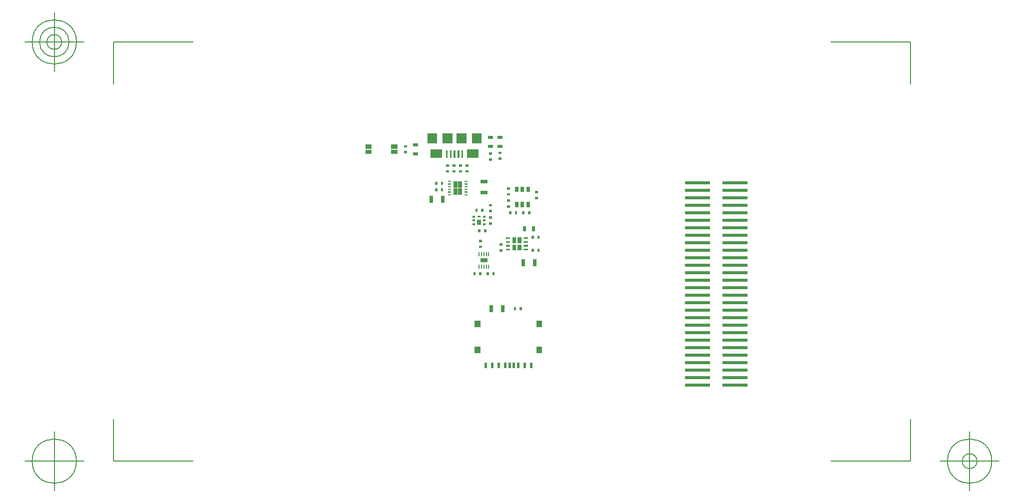
<source format=gbr>
G04 Generated by Ultiboard 11.0 *
%FSLAX25Y25*%
%MOIN*%

%ADD10C,0.00004*%
%ADD11C,0.00500*%
%ADD12C,0.00004*%
%ADD13C,0.00791*%
%ADD14C,0.01185*%
%ADD15R,0.16535X0.02362*%


G04 ColorRGB FF00FF for the following layer *
%LNPaste Mask Top*%
%LPD*%
%FSLAX25Y25*%
%MOIN*%
G54D10*
G36*
X-2827Y18563D02*
X-2827Y20531D01*
X327Y20531D01*
X327Y18563D01*
X-2827Y18563D01*
G37*
G36*
X-2825Y18561D02*
X-2825Y20533D01*
X325Y20533D01*
X325Y18561D01*
X-2825Y18561D01*
G37*
G36*
X-2827Y24469D02*
X-2827Y26437D01*
X327Y26437D01*
X327Y24469D01*
X-2827Y24469D01*
G37*
G36*
X-2825Y24467D02*
X-2825Y26439D01*
X325Y26439D01*
X325Y24467D01*
X-2825Y24467D01*
G37*
G36*
X-34632Y22919D02*
X-34632Y25675D01*
X-30494Y25675D01*
X-30494Y22919D01*
X-34632Y22919D01*
G37*
G36*
X-34630Y22917D02*
X-34630Y25677D01*
X-30496Y25677D01*
X-30496Y22917D01*
X-34630Y22917D01*
G37*
G36*
X-34632Y19375D02*
X-34632Y22131D01*
X-30494Y22131D01*
X-30494Y19375D01*
X-34632Y19375D01*
G37*
G36*
X-34630Y19373D02*
X-34630Y22133D01*
X-30496Y22133D01*
X-30496Y19373D01*
X-34630Y19373D01*
G37*
G36*
X-17506Y22919D02*
X-17506Y25675D01*
X-13368Y25675D01*
X-13368Y22919D01*
X-17506Y22919D01*
G37*
G36*
X-17504Y22917D02*
X-17504Y25677D01*
X-13370Y25677D01*
X-13370Y22917D01*
X-17504Y22917D01*
G37*
G36*
X-17506Y19375D02*
X-17506Y22131D01*
X-13368Y22131D01*
X-13368Y19375D01*
X-17506Y19375D01*
G37*
G36*
X-17504Y19373D02*
X-17504Y22133D01*
X-13370Y22133D01*
X-13370Y19373D01*
X-17504Y19373D01*
G37*
G36*
X-9111Y19744D02*
X-9111Y21319D01*
X-7139Y21319D01*
X-7139Y19744D01*
X-9111Y19744D01*
G37*
G36*
X-9109Y19742D02*
X-9109Y21321D01*
X-7141Y21321D01*
X-7141Y19742D01*
X-9109Y19742D01*
G37*
G36*
X-9111Y23681D02*
X-9111Y25256D01*
X-7139Y25256D01*
X-7139Y23681D01*
X-9111Y23681D01*
G37*
G36*
X-9109Y23679D02*
X-9109Y25258D01*
X-7141Y25258D01*
X-7141Y23679D01*
X-9109Y23679D01*
G37*
G36*
X42011Y-191D02*
X42011Y2171D01*
X46739Y2171D01*
X46739Y-191D01*
X42011Y-191D01*
G37*
G36*
X42013Y-193D02*
X42013Y2173D01*
X46737Y2173D01*
X46737Y-193D01*
X42013Y-193D01*
G37*
G36*
X42011Y-7671D02*
X42011Y-5309D01*
X46739Y-5309D01*
X46739Y-7671D01*
X42011Y-7671D01*
G37*
G36*
X42013Y-7673D02*
X42013Y-5307D01*
X46737Y-5307D01*
X46737Y-7673D01*
X42013Y-7673D01*
G37*
G36*
X23901Y-3080D02*
X23901Y1251D01*
X26582Y1251D01*
X26582Y-3080D01*
X23901Y-3080D01*
G37*
G36*
X23903Y-3082D02*
X23903Y1253D01*
X26580Y1253D01*
X26580Y-3082D01*
X23903Y-3082D01*
G37*
G36*
X27149Y-3080D02*
X27149Y1251D01*
X29830Y1251D01*
X29830Y-3080D01*
X27149Y-3080D01*
G37*
G36*
X27151Y-3082D02*
X27151Y1253D01*
X29828Y1253D01*
X29828Y-3082D01*
X27151Y-3082D01*
G37*
G36*
X20279Y-1111D02*
X20279Y-324D01*
X22054Y-324D01*
X22054Y-1111D01*
X20279Y-1111D01*
G37*
G36*
X20281Y-1113D02*
X20281Y-322D01*
X22052Y-322D01*
X22052Y-1113D01*
X20281Y-1113D01*
G37*
G36*
X20279Y-2883D02*
X20279Y-2095D01*
X22054Y-2095D01*
X22054Y-2883D01*
X20279Y-2883D01*
G37*
G36*
X20281Y-2885D02*
X20281Y-2094D01*
X22052Y-2094D01*
X22052Y-2885D01*
X20281Y-2885D01*
G37*
G36*
X20279Y-4655D02*
X20279Y-3867D01*
X22054Y-3867D01*
X22054Y-4655D01*
X20279Y-4655D01*
G37*
G36*
X20281Y-4656D02*
X20281Y-3865D01*
X22052Y-3865D01*
X22052Y-4656D01*
X20281Y-4656D01*
G37*
G36*
X20279Y-6426D02*
X20279Y-5639D01*
X22054Y-5639D01*
X22054Y-6426D01*
X20279Y-6426D01*
G37*
G36*
X20281Y-6428D02*
X20281Y-5637D01*
X22052Y-5637D01*
X22052Y-6428D01*
X20281Y-6428D01*
G37*
G36*
X20279Y-8198D02*
X20279Y-7410D01*
X22054Y-7410D01*
X22054Y-8198D01*
X20279Y-8198D01*
G37*
G36*
X20281Y-8200D02*
X20281Y-7408D01*
X22052Y-7408D01*
X22052Y-8200D01*
X20281Y-8200D01*
G37*
G36*
X23901Y-8001D02*
X23901Y-3670D01*
X26582Y-3670D01*
X26582Y-8001D01*
X23901Y-8001D01*
G37*
G36*
X23903Y-8003D02*
X23903Y-3668D01*
X26580Y-3668D01*
X26580Y-8003D01*
X23903Y-8003D01*
G37*
G36*
X27149Y-8001D02*
X27149Y-3670D01*
X29830Y-3670D01*
X29830Y-8001D01*
X27149Y-8001D01*
G37*
G36*
X27151Y-8003D02*
X27151Y-3668D01*
X29828Y-3668D01*
X29828Y-8003D01*
X27151Y-8003D01*
G37*
G36*
X31696Y-2883D02*
X31696Y-2095D01*
X33471Y-2095D01*
X33471Y-2883D01*
X31696Y-2883D01*
G37*
G36*
X31698Y-2885D02*
X31698Y-2094D01*
X33469Y-2094D01*
X33469Y-2885D01*
X31698Y-2885D01*
G37*
G36*
X31696Y-1111D02*
X31696Y-324D01*
X33471Y-324D01*
X33471Y-1111D01*
X31696Y-1111D01*
G37*
G36*
X31698Y-1113D02*
X31698Y-322D01*
X33469Y-322D01*
X33469Y-1113D01*
X31698Y-1113D01*
G37*
G36*
X31696Y-8198D02*
X31696Y-7410D01*
X33471Y-7410D01*
X33471Y-8198D01*
X31696Y-8198D01*
G37*
G36*
X31698Y-8200D02*
X31698Y-7408D01*
X33469Y-7408D01*
X33469Y-8200D01*
X31698Y-8200D01*
G37*
G36*
X31696Y-6426D02*
X31696Y-5639D01*
X33471Y-5639D01*
X33471Y-6426D01*
X31696Y-6426D01*
G37*
G36*
X31698Y-6428D02*
X31698Y-5637D01*
X33469Y-5637D01*
X33469Y-6428D01*
X31698Y-6428D01*
G37*
G36*
X31696Y-4655D02*
X31696Y-3867D01*
X33471Y-3867D01*
X33471Y-4655D01*
X31696Y-4655D01*
G37*
G36*
X31698Y-4656D02*
X31698Y-3865D01*
X33469Y-3865D01*
X33469Y-4656D01*
X31698Y-4656D01*
G37*
G36*
X20279Y660D02*
X20279Y1448D01*
X22054Y1448D01*
X22054Y660D01*
X20279Y660D01*
G37*
G36*
X20281Y658D02*
X20281Y1450D01*
X22052Y1450D01*
X22052Y658D01*
X20281Y658D01*
G37*
G36*
X31696Y660D02*
X31696Y1448D01*
X33471Y1448D01*
X33471Y660D01*
X31696Y660D01*
G37*
G36*
X31698Y658D02*
X31698Y1450D01*
X33469Y1450D01*
X33469Y658D01*
X31698Y658D01*
G37*
G36*
X15554Y-1234D02*
X15554Y734D01*
X17133Y734D01*
X17133Y-1234D01*
X15554Y-1234D01*
G37*
G36*
X15556Y-1236D02*
X15556Y736D01*
X17131Y736D01*
X17131Y-1236D01*
X15556Y-1236D01*
G37*
G36*
X11617Y-1234D02*
X11617Y734D01*
X13196Y734D01*
X13196Y-1234D01*
X11617Y-1234D01*
G37*
G36*
X11619Y-1236D02*
X11619Y736D01*
X13194Y736D01*
X13194Y-1236D01*
X11619Y-1236D01*
G37*
G36*
X58866Y-37377D02*
X58866Y-36196D01*
X61429Y-36196D01*
X61429Y-37377D01*
X58866Y-37377D01*
G37*
G36*
X58868Y-37379D02*
X58868Y-36194D01*
X61427Y-36194D01*
X61427Y-37379D01*
X58868Y-37379D01*
G37*
X58868Y-36196D02*
X58868Y-37377D01*
G36*
X58866Y-45054D02*
X58866Y-43873D01*
X61429Y-43873D01*
X61429Y-45054D01*
X58866Y-45054D01*
G37*
G36*
X58868Y-45056D02*
X58868Y-43871D01*
X61427Y-43871D01*
X61427Y-45056D01*
X58868Y-45056D01*
G37*
G36*
X58866Y-42495D02*
X58866Y-41314D01*
X61429Y-41314D01*
X61429Y-42495D01*
X58866Y-42495D01*
G37*
G36*
X58868Y-42497D02*
X58868Y-41312D01*
X61427Y-41312D01*
X61427Y-42497D01*
X58868Y-42497D01*
G37*
G36*
X58866Y-39936D02*
X58866Y-38755D01*
X61429Y-38755D01*
X61429Y-39936D01*
X58866Y-39936D01*
G37*
G36*
X58868Y-39938D02*
X58868Y-38753D01*
X61427Y-38753D01*
X61427Y-39938D01*
X58868Y-39938D01*
G37*
G36*
X63197Y-45054D02*
X63197Y-41117D01*
X65760Y-41117D01*
X65760Y-45054D01*
X63197Y-45054D01*
G37*
G36*
X63199Y-45056D02*
X63199Y-41115D01*
X65758Y-41115D01*
X65758Y-45056D01*
X63199Y-45056D01*
G37*
G36*
X63197Y-40133D02*
X63197Y-36196D01*
X65760Y-36196D01*
X65760Y-40133D01*
X63197Y-40133D01*
G37*
G36*
X63199Y-40135D02*
X63199Y-36194D01*
X65758Y-36194D01*
X65758Y-40135D01*
X63199Y-40135D01*
G37*
G36*
X66740Y-40133D02*
X66740Y-36196D01*
X69303Y-36196D01*
X69303Y-40133D01*
X66740Y-40133D01*
G37*
G36*
X66742Y-40135D02*
X66742Y-36194D01*
X69301Y-36194D01*
X69301Y-40135D01*
X66742Y-40135D01*
G37*
G36*
X71071Y-37377D02*
X71071Y-36196D01*
X73634Y-36196D01*
X73634Y-37377D01*
X71071Y-37377D01*
G37*
G36*
X71073Y-37379D02*
X71073Y-36194D01*
X73632Y-36194D01*
X73632Y-37379D01*
X71073Y-37379D01*
G37*
G36*
X66740Y-45054D02*
X66740Y-41117D01*
X69303Y-41117D01*
X69303Y-45054D01*
X66740Y-45054D01*
G37*
G36*
X66742Y-45056D02*
X66742Y-41115D01*
X69301Y-41115D01*
X69301Y-45056D01*
X66742Y-45056D01*
G37*
G36*
X71071Y-45054D02*
X71071Y-43873D01*
X73634Y-43873D01*
X73634Y-45054D01*
X71071Y-45054D01*
G37*
G36*
X71073Y-45056D02*
X71073Y-43871D01*
X73632Y-43871D01*
X73632Y-45056D01*
X71073Y-45056D01*
G37*
G36*
X71071Y-42495D02*
X71071Y-41314D01*
X73634Y-41314D01*
X73634Y-42495D01*
X71071Y-42495D01*
G37*
G36*
X71073Y-42497D02*
X71073Y-41312D01*
X73632Y-41312D01*
X73632Y-42497D01*
X71073Y-42497D01*
G37*
G36*
X71071Y-39936D02*
X71071Y-38755D01*
X73634Y-38755D01*
X73634Y-39936D01*
X71071Y-39936D01*
G37*
G36*
X71073Y-39938D02*
X71073Y-38753D01*
X73632Y-38753D01*
X73632Y-39938D01*
X71073Y-39938D01*
G37*
G36*
X38182Y-96159D02*
X38182Y-91828D01*
X41926Y-91828D01*
X41926Y-96159D01*
X38182Y-96159D01*
G37*
G36*
X38184Y-96161D02*
X38184Y-91826D01*
X41924Y-91826D01*
X41924Y-96161D01*
X38184Y-96161D01*
G37*
G36*
X38182Y-113679D02*
X38182Y-109348D01*
X41926Y-109348D01*
X41926Y-113679D01*
X38182Y-113679D01*
G37*
G36*
X38184Y-113681D02*
X38184Y-109346D01*
X41924Y-109346D01*
X41924Y-113681D01*
X38184Y-113681D01*
G37*
G36*
X44580Y-123620D02*
X44580Y-119879D01*
X46355Y-119879D01*
X46355Y-123620D01*
X44580Y-123620D01*
G37*
G36*
X44582Y-123622D02*
X44582Y-119877D01*
X46353Y-119877D01*
X46353Y-123622D01*
X44582Y-123622D01*
G37*
G36*
X57572Y-123620D02*
X57572Y-119879D01*
X59347Y-119879D01*
X59347Y-123620D01*
X57572Y-123620D01*
G37*
G36*
X57574Y-123622D02*
X57574Y-119877D01*
X59345Y-119877D01*
X59345Y-123622D01*
X57574Y-123622D01*
G37*
G36*
X53241Y-123620D02*
X53241Y-119879D01*
X55017Y-119879D01*
X55017Y-123620D01*
X53241Y-123620D01*
G37*
G36*
X53243Y-123622D02*
X53243Y-119877D01*
X55015Y-119877D01*
X55015Y-123622D01*
X53243Y-123622D01*
G37*
G36*
X48910Y-123620D02*
X48910Y-119879D01*
X50686Y-119879D01*
X50686Y-123620D01*
X48910Y-123620D01*
G37*
G36*
X48912Y-123622D02*
X48912Y-119877D01*
X50684Y-119877D01*
X50684Y-123622D01*
X48912Y-123622D01*
G37*
G36*
X60525Y-123620D02*
X60525Y-119879D01*
X62300Y-119879D01*
X62300Y-123620D01*
X60525Y-123620D01*
G37*
G36*
X60527Y-123622D02*
X60527Y-119877D01*
X62298Y-119877D01*
X62298Y-123622D01*
X60527Y-123622D01*
G37*
G36*
X79324Y-96159D02*
X79324Y-91828D01*
X83068Y-91828D01*
X83068Y-96159D01*
X79324Y-96159D01*
G37*
G36*
X79326Y-96161D02*
X79326Y-91826D01*
X83066Y-91826D01*
X83066Y-96161D01*
X79326Y-96161D01*
G37*
G36*
X63281Y-123620D02*
X63281Y-119879D01*
X65056Y-119879D01*
X65056Y-123620D01*
X63281Y-123620D01*
G37*
G36*
X63282Y-123622D02*
X63282Y-119877D01*
X65054Y-119877D01*
X65054Y-123622D01*
X63282Y-123622D01*
G37*
G36*
X66233Y-123620D02*
X66233Y-119879D01*
X68009Y-119879D01*
X68009Y-123620D01*
X66233Y-123620D01*
G37*
G36*
X66235Y-123622D02*
X66235Y-119877D01*
X68007Y-119877D01*
X68007Y-123622D01*
X66235Y-123622D01*
G37*
G36*
X70564Y-123620D02*
X70564Y-119879D01*
X72340Y-119879D01*
X72340Y-123620D01*
X70564Y-123620D01*
G37*
G36*
X70566Y-123622D02*
X70566Y-119877D01*
X72338Y-119877D01*
X72338Y-123622D01*
X70566Y-123622D01*
G37*
G36*
X74895Y-123620D02*
X74895Y-119879D01*
X76670Y-119879D01*
X76670Y-123620D01*
X74895Y-123620D01*
G37*
G36*
X74897Y-123622D02*
X74897Y-119877D01*
X76668Y-119877D01*
X76668Y-123622D01*
X74897Y-123622D01*
G37*
G36*
X79324Y-113679D02*
X79324Y-109348D01*
X83068Y-109348D01*
X83068Y-113679D01*
X79324Y-113679D01*
G37*
G36*
X79326Y-113681D02*
X79326Y-109346D01*
X83066Y-109346D01*
X83066Y-113681D01*
X79326Y-113681D01*
G37*
G36*
X60992Y-20984D02*
X60992Y-19016D01*
X62571Y-19016D01*
X62571Y-20984D01*
X60992Y-20984D01*
G37*
G36*
X60994Y-20986D02*
X60994Y-19014D01*
X62569Y-19014D01*
X62569Y-20986D01*
X60994Y-20986D01*
G37*
G36*
X64929Y-20984D02*
X64929Y-19016D01*
X66508Y-19016D01*
X66508Y-20984D01*
X64929Y-20984D01*
G37*
G36*
X64931Y-20986D02*
X64931Y-19014D01*
X66506Y-19014D01*
X66506Y-20986D01*
X64931Y-20986D01*
G37*
G36*
X48077Y-86362D02*
X48077Y-81638D01*
X50443Y-81638D01*
X50443Y-86362D01*
X48077Y-86362D01*
G37*
G36*
X48079Y-86364D02*
X48079Y-81636D01*
X50441Y-81636D01*
X50441Y-86364D01*
X48079Y-86364D01*
G37*
G36*
X55557Y-86362D02*
X55557Y-81638D01*
X57923Y-81638D01*
X57923Y-86362D01*
X55557Y-86362D01*
G37*
G36*
X55559Y-86364D02*
X55559Y-81636D01*
X57921Y-81636D01*
X57921Y-86364D01*
X55559Y-86364D01*
G37*
G36*
X15554Y-5609D02*
X15554Y-3641D01*
X17133Y-3641D01*
X17133Y-5609D01*
X15554Y-5609D01*
G37*
G36*
X15556Y-5611D02*
X15556Y-3639D01*
X17131Y-3639D01*
X17131Y-5611D01*
X15556Y-5611D01*
G37*
G36*
X11617Y-5609D02*
X11617Y-3641D01*
X13196Y-3641D01*
X13196Y-5609D01*
X11617Y-5609D01*
G37*
G36*
X11619Y-5611D02*
X11619Y-3639D01*
X13194Y-3639D01*
X13194Y-5611D01*
X11619Y-5611D01*
G37*
G36*
X15557Y-13362D02*
X15557Y-8638D01*
X17923Y-8638D01*
X17923Y-13362D01*
X15557Y-13362D01*
G37*
G36*
X15559Y-13364D02*
X15559Y-8636D01*
X17921Y-8636D01*
X17921Y-13364D01*
X15559Y-13364D01*
G37*
G36*
X8077Y-13362D02*
X8077Y-8638D01*
X10443Y-8638D01*
X10443Y-13362D01*
X8077Y-13362D01*
G37*
G36*
X8079Y-13364D02*
X8079Y-8636D01*
X10441Y-8636D01*
X10441Y-13364D01*
X8079Y-13364D01*
G37*
G36*
X44304Y-32859D02*
X44304Y-30891D01*
X45883Y-30891D01*
X45883Y-32859D01*
X44304Y-32859D01*
G37*
G36*
X44306Y-32861D02*
X44306Y-30889D01*
X45881Y-30889D01*
X45881Y-32861D01*
X44306Y-32861D01*
G37*
G36*
X40367Y-32859D02*
X40367Y-30891D01*
X41946Y-30891D01*
X41946Y-32859D01*
X40367Y-32859D01*
G37*
G36*
X40369Y-32861D02*
X40369Y-30889D01*
X41944Y-30889D01*
X41944Y-32861D01*
X40369Y-32861D01*
G37*
G36*
X47138Y-48821D02*
X47138Y-46262D01*
X47811Y-46262D01*
X47811Y-48821D01*
X47138Y-48821D01*
G37*
G36*
X47140Y-48823D02*
X47140Y-46260D01*
X47809Y-46260D01*
X47809Y-48823D01*
X47140Y-48823D01*
G37*
G36*
X47138Y-57088D02*
X47138Y-54529D01*
X47811Y-54529D01*
X47811Y-57088D01*
X47138Y-57088D01*
G37*
G36*
X47140Y-57090D02*
X47140Y-54527D01*
X47809Y-54527D01*
X47809Y-57090D01*
X47140Y-57090D01*
G37*
G36*
X40839Y-48821D02*
X40839Y-46262D01*
X41512Y-46262D01*
X41512Y-48821D01*
X40839Y-48821D01*
G37*
G36*
X40841Y-48823D02*
X40841Y-46260D01*
X41510Y-46260D01*
X41510Y-48823D01*
X40841Y-48823D01*
G37*
G36*
X43988Y-48821D02*
X43988Y-46262D01*
X44662Y-46262D01*
X44662Y-48821D01*
X43988Y-48821D01*
G37*
G36*
X43990Y-48823D02*
X43990Y-46260D01*
X44660Y-46260D01*
X44660Y-48823D01*
X43990Y-48823D01*
G37*
G36*
X42414Y-48821D02*
X42414Y-46262D01*
X43087Y-46262D01*
X43087Y-48821D01*
X42414Y-48821D01*
G37*
G36*
X42416Y-48823D02*
X42416Y-46260D01*
X43085Y-46260D01*
X43085Y-48823D01*
X42416Y-48823D01*
G37*
G36*
X45563Y-48821D02*
X45563Y-46262D01*
X46236Y-46262D01*
X46236Y-48821D01*
X45563Y-48821D01*
G37*
G36*
X45565Y-48823D02*
X45565Y-46260D01*
X46234Y-46260D01*
X46234Y-48823D01*
X45565Y-48823D01*
G37*
G36*
X41961Y-53053D02*
X41961Y-50297D01*
X46689Y-50297D01*
X46689Y-53053D01*
X41961Y-53053D01*
G37*
G36*
X41963Y-53055D02*
X41963Y-50295D01*
X46687Y-50295D01*
X46687Y-53055D01*
X41963Y-53055D01*
G37*
G36*
X40839Y-57088D02*
X40839Y-54529D01*
X41512Y-54529D01*
X41512Y-57088D01*
X40839Y-57088D01*
G37*
G36*
X40841Y-57090D02*
X40841Y-54527D01*
X41510Y-54527D01*
X41510Y-57090D01*
X40841Y-57090D01*
G37*
G36*
X43988Y-57088D02*
X43988Y-54529D01*
X44662Y-54529D01*
X44662Y-57088D01*
X43988Y-57088D01*
G37*
G36*
X43990Y-57090D02*
X43990Y-54527D01*
X44660Y-54527D01*
X44660Y-57090D01*
X43990Y-57090D01*
G37*
G36*
X42414Y-57088D02*
X42414Y-54529D01*
X43087Y-54529D01*
X43087Y-57088D01*
X42414Y-57088D01*
G37*
G36*
X42416Y-57090D02*
X42416Y-54527D01*
X43085Y-54527D01*
X43085Y-57090D01*
X42416Y-57090D01*
G37*
G36*
X45563Y-57088D02*
X45563Y-54529D01*
X46236Y-54529D01*
X46236Y-57088D01*
X45563Y-57088D01*
G37*
G36*
X45565Y-57090D02*
X45565Y-54527D01*
X46234Y-54527D01*
X46234Y-57090D01*
X45565Y-57090D01*
G37*
G36*
X45992Y-61609D02*
X45992Y-59641D01*
X47571Y-59641D01*
X47571Y-61609D01*
X45992Y-61609D01*
G37*
G36*
X45994Y-61611D02*
X45994Y-59639D01*
X47569Y-59639D01*
X47569Y-61611D01*
X45994Y-61611D01*
G37*
G36*
X49929Y-61609D02*
X49929Y-59641D01*
X51508Y-59641D01*
X51508Y-61609D01*
X49929Y-61609D01*
G37*
G36*
X49931Y-61611D02*
X49931Y-59639D01*
X51506Y-59639D01*
X51506Y-61611D01*
X49931Y-61611D01*
G37*
G36*
X41179Y-61609D02*
X41179Y-59641D01*
X42758Y-59641D01*
X42758Y-61609D01*
X41179Y-61609D01*
G37*
G36*
X41181Y-61611D02*
X41181Y-59639D01*
X42756Y-59639D01*
X42756Y-61611D01*
X41181Y-61611D01*
G37*
G36*
X37242Y-61609D02*
X37242Y-59641D01*
X38821Y-59641D01*
X38821Y-61609D01*
X37242Y-61609D01*
G37*
G36*
X37244Y-61611D02*
X37244Y-59639D01*
X38819Y-59639D01*
X38819Y-61611D01*
X37244Y-61611D01*
G37*
G36*
X40889Y-39444D02*
X40889Y-37869D01*
X42861Y-37869D01*
X42861Y-39444D01*
X40889Y-39444D01*
G37*
G36*
X40891Y-39446D02*
X40891Y-37867D01*
X42859Y-37867D01*
X42859Y-39446D01*
X40891Y-39446D01*
G37*
G36*
X40889Y-43381D02*
X40889Y-41806D01*
X42861Y-41806D01*
X42861Y-43381D01*
X40889Y-43381D01*
G37*
G36*
X40891Y-43383D02*
X40891Y-41804D01*
X42859Y-41804D01*
X42859Y-43383D01*
X40891Y-43383D01*
G37*
G36*
X54639Y-45881D02*
X54639Y-44306D01*
X56611Y-44306D01*
X56611Y-45881D01*
X54639Y-45881D01*
G37*
G36*
X54641Y-45883D02*
X54641Y-44304D01*
X56609Y-44304D01*
X56609Y-45883D01*
X54641Y-45883D01*
G37*
G36*
X54639Y-41944D02*
X54639Y-40369D01*
X56611Y-40369D01*
X56611Y-41944D01*
X54639Y-41944D01*
G37*
G36*
X54641Y-41946D02*
X54641Y-40367D01*
X56609Y-40367D01*
X56609Y-41946D01*
X54641Y-41946D01*
G37*
G36*
X47842Y-19605D02*
X47842Y-18031D01*
X49814Y-18031D01*
X49814Y-19605D01*
X47842Y-19605D01*
G37*
G36*
X47844Y-19607D02*
X47844Y-18029D01*
X49812Y-18029D01*
X49812Y-19607D01*
X47844Y-19607D01*
G37*
G36*
X47842Y-15668D02*
X47842Y-14094D01*
X49814Y-14094D01*
X49814Y-15668D01*
X47842Y-15668D01*
G37*
G36*
X47844Y-15670D02*
X47844Y-14092D01*
X49812Y-14092D01*
X49812Y-15670D01*
X47844Y-15670D01*
G37*
G36*
X47842Y-23793D02*
X47842Y-22219D01*
X49814Y-22219D01*
X49814Y-23793D01*
X47842Y-23793D01*
G37*
G36*
X47844Y-23795D02*
X47844Y-22217D01*
X49812Y-22217D01*
X49812Y-23795D01*
X47844Y-23795D01*
G37*
G36*
X47842Y-27730D02*
X47842Y-26156D01*
X49814Y-26156D01*
X49814Y-27730D01*
X47842Y-27730D01*
G37*
G36*
X47844Y-27732D02*
X47844Y-26154D01*
X49812Y-26154D01*
X49812Y-27732D01*
X47844Y-27732D01*
G37*
G36*
X38570Y-19084D02*
X38570Y-17115D01*
X40149Y-17115D01*
X40149Y-19084D01*
X38570Y-19084D01*
G37*
G36*
X38572Y-19086D02*
X38572Y-17113D01*
X40147Y-17113D01*
X40147Y-19086D01*
X38572Y-19086D01*
G37*
G36*
X42507Y-19084D02*
X42507Y-17115D01*
X44086Y-17115D01*
X44086Y-19084D01*
X42507Y-19084D01*
G37*
G36*
X42509Y-19086D02*
X42509Y-17113D01*
X44084Y-17113D01*
X44084Y-19086D01*
X42509Y-19086D01*
G37*
G36*
X36569Y-25689D02*
X36569Y-24311D01*
X38226Y-24311D01*
X38226Y-25689D01*
X36569Y-25689D01*
G37*
G36*
X36571Y-25691D02*
X36571Y-24309D01*
X38224Y-24309D01*
X38224Y-25691D01*
X36571Y-25691D01*
G37*
G36*
X43774Y-25689D02*
X43774Y-24311D01*
X45431Y-24311D01*
X45431Y-25689D01*
X43774Y-25689D01*
G37*
G36*
X43776Y-25691D02*
X43776Y-24309D01*
X45429Y-24309D01*
X45429Y-25691D01*
X43776Y-25691D01*
G37*
G36*
X39522Y-27953D02*
X39522Y-24409D01*
X42478Y-24409D01*
X42478Y-27953D01*
X39522Y-27953D01*
G37*
G36*
X39524Y-27955D02*
X39524Y-24407D01*
X42476Y-24407D01*
X42476Y-27955D01*
X39524Y-27955D01*
G37*
G36*
X43774Y-28248D02*
X43774Y-26870D01*
X45431Y-26870D01*
X45431Y-28248D01*
X43774Y-28248D01*
G37*
G36*
X43776Y-28250D02*
X43776Y-26868D01*
X45429Y-26868D01*
X45429Y-28250D01*
X43776Y-28250D01*
G37*
G36*
X36569Y-28248D02*
X36569Y-26870D01*
X38226Y-26870D01*
X38226Y-28248D01*
X36569Y-28248D01*
G37*
G36*
X36571Y-28250D02*
X36571Y-26868D01*
X38224Y-26868D01*
X38224Y-28250D01*
X36571Y-28250D01*
G37*
G36*
X39915Y-23031D02*
X39915Y-21850D01*
X42104Y-21850D01*
X42104Y-23031D01*
X39915Y-23031D01*
G37*
G36*
X39917Y-23033D02*
X39917Y-21848D01*
X42102Y-21848D01*
X42102Y-23033D01*
X39917Y-23033D01*
G37*
G36*
X43774Y-23130D02*
X43774Y-21752D01*
X45431Y-21752D01*
X45431Y-23130D01*
X43774Y-23130D01*
G37*
G36*
X43776Y-23132D02*
X43776Y-21750D01*
X45429Y-21750D01*
X45429Y-23132D01*
X43776Y-23132D01*
G37*
G36*
X36569Y-23130D02*
X36569Y-21752D01*
X38226Y-21752D01*
X38226Y-23130D01*
X36569Y-23130D01*
G37*
G36*
X36571Y-23132D02*
X36571Y-21750D01*
X38224Y-21750D01*
X38224Y-23132D01*
X36571Y-23132D01*
G37*
G36*
X59639Y-16506D02*
X59639Y-14931D01*
X61611Y-14931D01*
X61611Y-16506D01*
X59639Y-16506D01*
G37*
G36*
X59641Y-16508D02*
X59641Y-14929D01*
X61609Y-14929D01*
X61609Y-16508D01*
X59641Y-16508D01*
G37*
G36*
X59639Y-12569D02*
X59639Y-10994D01*
X61611Y-10994D01*
X61611Y-12569D01*
X59639Y-12569D01*
G37*
G36*
X59641Y-12571D02*
X59641Y-10992D01*
X61609Y-10992D01*
X61609Y-12571D01*
X59641Y-12571D01*
G37*
G36*
X59639Y-8381D02*
X59639Y-6806D01*
X61611Y-6806D01*
X61611Y-8381D01*
X59639Y-8381D01*
G37*
G36*
X59641Y-8383D02*
X59641Y-6804D01*
X61609Y-6804D01*
X61609Y-8383D01*
X59641Y-8383D01*
G37*
G36*
X59639Y-4444D02*
X59639Y-2869D01*
X61611Y-2869D01*
X61611Y-4444D01*
X59639Y-4444D01*
G37*
G36*
X59641Y-4446D02*
X59641Y-2867D01*
X61609Y-2867D01*
X61609Y-4446D01*
X59641Y-4446D01*
G37*
G36*
X64242Y-84984D02*
X64242Y-83016D01*
X65821Y-83016D01*
X65821Y-84984D01*
X64242Y-84984D01*
G37*
G36*
X64244Y-84986D02*
X64244Y-83014D01*
X65819Y-83014D01*
X65819Y-84986D01*
X64244Y-84986D01*
G37*
G36*
X68179Y-84984D02*
X68179Y-83016D01*
X69758Y-83016D01*
X69758Y-84984D01*
X68179Y-84984D01*
G37*
G36*
X68181Y-84986D02*
X68181Y-83014D01*
X69756Y-83014D01*
X69756Y-84986D01*
X68181Y-84986D01*
G37*
G36*
X70436Y-32200D02*
X70436Y-29050D01*
X72408Y-29050D01*
X72408Y-32200D01*
X70436Y-32200D01*
G37*
G36*
X70438Y-32202D02*
X70438Y-29048D01*
X72406Y-29048D01*
X72406Y-32202D01*
X70438Y-32202D01*
G37*
G36*
X76342Y-32200D02*
X76342Y-29050D01*
X78314Y-29050D01*
X78314Y-32200D01*
X76342Y-32200D01*
G37*
G36*
X76344Y-32202D02*
X76344Y-29048D01*
X78312Y-29048D01*
X78312Y-32202D01*
X76344Y-32202D01*
G37*
G36*
X76932Y-55487D02*
X76932Y-50763D01*
X79298Y-50763D01*
X79298Y-55487D01*
X76932Y-55487D01*
G37*
G36*
X76934Y-55489D02*
X76934Y-50761D01*
X79296Y-50761D01*
X79296Y-55489D01*
X76934Y-55489D01*
G37*
G36*
X69452Y-55487D02*
X69452Y-50763D01*
X71818Y-50763D01*
X71818Y-55487D01*
X69452Y-55487D01*
G37*
G36*
X69454Y-55489D02*
X69454Y-50761D01*
X71816Y-50761D01*
X71816Y-55489D01*
X69454Y-55489D01*
G37*
G36*
X75992Y-37234D02*
X75992Y-35266D01*
X77571Y-35266D01*
X77571Y-37234D01*
X75992Y-37234D01*
G37*
G36*
X75994Y-37236D02*
X75994Y-35264D01*
X77569Y-35264D01*
X77569Y-37236D01*
X75994Y-37236D01*
G37*
G36*
X79929Y-37234D02*
X79929Y-35266D01*
X81508Y-35266D01*
X81508Y-37234D01*
X79929Y-37234D01*
G37*
G36*
X79931Y-37236D02*
X79931Y-35264D01*
X81506Y-35264D01*
X81506Y-37236D01*
X79931Y-37236D01*
G37*
G36*
X75992Y-45984D02*
X75992Y-44016D01*
X77571Y-44016D01*
X77571Y-45984D01*
X75992Y-45984D01*
G37*
G36*
X75994Y-45986D02*
X75994Y-44014D01*
X77569Y-44014D01*
X77569Y-45986D01*
X75994Y-45986D01*
G37*
G36*
X79929Y-45984D02*
X79929Y-44016D01*
X81508Y-44016D01*
X81508Y-45984D01*
X79929Y-45984D01*
G37*
G36*
X79931Y-45986D02*
X79931Y-44014D01*
X81506Y-44014D01*
X81506Y-45986D01*
X79931Y-45986D01*
G37*
G36*
X78389Y-6944D02*
X78389Y-5369D01*
X80361Y-5369D01*
X80361Y-6944D01*
X78389Y-6944D01*
G37*
G36*
X78391Y-6946D02*
X78391Y-5367D01*
X80359Y-5367D01*
X80359Y-6946D01*
X78391Y-6946D01*
G37*
G36*
X78389Y-10881D02*
X78389Y-9306D01*
X80361Y-9306D01*
X80361Y-10881D01*
X78389Y-10881D01*
G37*
G36*
X78391Y-10883D02*
X78391Y-9304D01*
X80359Y-9304D01*
X80359Y-10883D01*
X78391Y-10883D01*
G37*
G36*
X72557Y-16265D02*
X72557Y-12721D01*
X74923Y-12721D01*
X74923Y-16265D01*
X72557Y-16265D01*
G37*
G36*
X72559Y-16267D02*
X72559Y-12719D01*
X74921Y-12719D01*
X74921Y-16267D01*
X72559Y-16267D01*
G37*
G36*
X68817Y-16265D02*
X68817Y-12721D01*
X71183Y-12721D01*
X71183Y-16265D01*
X68817Y-16265D01*
G37*
G36*
X68819Y-16267D02*
X68819Y-12719D01*
X71181Y-12719D01*
X71181Y-16267D01*
X68819Y-16267D01*
G37*
G36*
X65077Y-16265D02*
X65077Y-12721D01*
X67443Y-12721D01*
X67443Y-16265D01*
X65077Y-16265D01*
G37*
G36*
X65079Y-16267D02*
X65079Y-12719D01*
X67441Y-12719D01*
X67441Y-16267D01*
X65079Y-16267D01*
G37*
G36*
X72557Y-6029D02*
X72557Y-2485D01*
X74923Y-2485D01*
X74923Y-6029D01*
X72557Y-6029D01*
G37*
G36*
X72559Y-6031D02*
X72559Y-2483D01*
X74921Y-2483D01*
X74921Y-6031D01*
X72559Y-6031D01*
G37*
G36*
X68817Y-6029D02*
X68817Y-2485D01*
X71183Y-2485D01*
X71183Y-6029D01*
X68817Y-6029D01*
G37*
G36*
X68819Y-6031D02*
X68819Y-2483D01*
X71181Y-2483D01*
X71181Y-6031D01*
X68819Y-6031D01*
G37*
G36*
X65077Y-6029D02*
X65077Y-2485D01*
X67443Y-2485D01*
X67443Y-6029D01*
X65077Y-6029D01*
G37*
G36*
X65079Y-6031D02*
X65079Y-2483D01*
X67441Y-2483D01*
X67441Y-6031D01*
X65079Y-6031D01*
G37*
G36*
X73679Y-20984D02*
X73679Y-19016D01*
X75258Y-19016D01*
X75258Y-20984D01*
X73679Y-20984D01*
G37*
G36*
X73681Y-20986D02*
X73681Y-19014D01*
X75256Y-19014D01*
X75256Y-20986D01*
X73681Y-20986D01*
G37*
G36*
X69742Y-20984D02*
X69742Y-19016D01*
X71321Y-19016D01*
X71321Y-20984D01*
X69742Y-20984D01*
G37*
G36*
X69744Y-20986D02*
X69744Y-19014D01*
X71319Y-19014D01*
X71319Y-20986D01*
X69744Y-20986D01*
G37*
G36*
X26076Y26393D02*
X26076Y33085D01*
X32773Y33085D01*
X32773Y26393D01*
X26076Y26393D01*
G37*
G36*
X26078Y26391D02*
X26078Y33087D01*
X32771Y33087D01*
X32771Y26391D01*
X26078Y26391D01*
G37*
G36*
X6588Y26393D02*
X6588Y33085D01*
X12891Y33085D01*
X12891Y26393D01*
X6588Y26393D01*
G37*
G36*
X6590Y26391D02*
X6590Y33087D01*
X12889Y33087D01*
X12889Y26391D01*
X6590Y26391D01*
G37*
G36*
X16627Y26393D02*
X16627Y33085D01*
X23324Y33085D01*
X23324Y26393D01*
X16627Y26393D01*
G37*
G36*
X16629Y26391D02*
X16629Y33087D01*
X23322Y33087D01*
X23322Y26391D01*
X16629Y26391D01*
G37*
G36*
X8753Y16944D02*
X8753Y22456D01*
X16237Y22456D01*
X16237Y16944D01*
X8753Y16944D01*
G37*
G36*
X8755Y16942D02*
X8755Y22457D01*
X16235Y22457D01*
X16235Y16942D01*
X8755Y16942D01*
G37*
G36*
X24107Y16845D02*
X24107Y21767D01*
X25293Y21767D01*
X25293Y16845D01*
X24107Y16845D01*
G37*
G36*
X24109Y16843D02*
X24109Y21769D01*
X25291Y21769D01*
X25291Y16843D01*
X24109Y16843D01*
G37*
G36*
X21548Y16845D02*
X21548Y21767D01*
X22733Y21767D01*
X22733Y16845D01*
X21548Y16845D01*
G37*
G36*
X21550Y16843D02*
X21550Y21769D01*
X22731Y21769D01*
X22731Y16843D01*
X21550Y16843D01*
G37*
G36*
X18989Y16845D02*
X18989Y21767D01*
X20174Y21767D01*
X20174Y16845D01*
X18989Y16845D01*
G37*
G36*
X18991Y16843D02*
X18991Y21769D01*
X20172Y21769D01*
X20172Y16843D01*
X18991Y16843D01*
G37*
G36*
X29226Y16845D02*
X29226Y21767D01*
X30411Y21767D01*
X30411Y16845D01*
X29226Y16845D01*
G37*
G36*
X29228Y16843D02*
X29228Y21769D01*
X30409Y21769D01*
X30409Y16843D01*
X29228Y16843D01*
G37*
G36*
X26667Y16845D02*
X26667Y21767D01*
X27852Y21767D01*
X27852Y16845D01*
X26667Y16845D01*
G37*
G36*
X26669Y16843D02*
X26669Y21769D01*
X27850Y21769D01*
X27850Y16843D01*
X26669Y16843D01*
G37*
G36*
X36509Y26393D02*
X36509Y33085D01*
X42812Y33085D01*
X42812Y26393D01*
X36509Y26393D01*
G37*
G36*
X36511Y26391D02*
X36511Y33087D01*
X42810Y33087D01*
X42810Y26391D01*
X36511Y26391D01*
G37*
G36*
X33163Y16944D02*
X33163Y22456D01*
X40647Y22456D01*
X40647Y16944D01*
X33163Y16944D01*
G37*
G36*
X33165Y16942D02*
X33165Y22457D01*
X40645Y22457D01*
X40645Y16942D01*
X33165Y16942D01*
G37*
G36*
X32139Y6994D02*
X32139Y8569D01*
X34111Y8569D01*
X34111Y6994D01*
X32139Y6994D01*
G37*
G36*
X32141Y6992D02*
X32141Y8571D01*
X34109Y8571D01*
X34109Y6992D01*
X32141Y6992D01*
G37*
G36*
X32139Y10931D02*
X32139Y12506D01*
X34111Y12506D01*
X34111Y10931D01*
X32139Y10931D01*
G37*
G36*
X32141Y10929D02*
X32141Y12508D01*
X34109Y12508D01*
X34109Y10929D01*
X32141Y10929D01*
G37*
G36*
X27764Y6994D02*
X27764Y8569D01*
X29736Y8569D01*
X29736Y6994D01*
X27764Y6994D01*
G37*
G36*
X27766Y6992D02*
X27766Y8571D01*
X29734Y8571D01*
X29734Y6992D01*
X27766Y6992D01*
G37*
G36*
X27764Y10931D02*
X27764Y12506D01*
X29736Y12506D01*
X29736Y10931D01*
X27764Y10931D01*
G37*
G36*
X27766Y10929D02*
X27766Y12508D01*
X29734Y12508D01*
X29734Y10929D01*
X27766Y10929D01*
G37*
G36*
X23389Y6994D02*
X23389Y8569D01*
X25361Y8569D01*
X25361Y6994D01*
X23389Y6994D01*
G37*
G36*
X23391Y6992D02*
X23391Y8571D01*
X25359Y8571D01*
X25359Y6992D01*
X23391Y6992D01*
G37*
G36*
X23389Y10931D02*
X23389Y12506D01*
X25361Y12506D01*
X25361Y10931D01*
X23389Y10931D01*
G37*
G36*
X23391Y10929D02*
X23391Y12508D01*
X25359Y12508D01*
X25359Y10929D01*
X23391Y10929D01*
G37*
G36*
X19014Y6994D02*
X19014Y8569D01*
X20986Y8569D01*
X20986Y6994D01*
X19014Y6994D01*
G37*
G36*
X19016Y6992D02*
X19016Y8571D01*
X20984Y8571D01*
X20984Y6992D01*
X19016Y6992D01*
G37*
G36*
X19014Y10931D02*
X19014Y12506D01*
X20986Y12506D01*
X20986Y10931D01*
X19014Y10931D01*
G37*
G36*
X19016Y10929D02*
X19016Y12508D01*
X20984Y12508D01*
X20984Y10929D01*
X19016Y10929D01*
G37*
G36*
X47173Y23563D02*
X47173Y25531D01*
X50327Y25531D01*
X50327Y23563D01*
X47173Y23563D01*
G37*
G36*
X47175Y23561D02*
X47175Y25533D01*
X50325Y25533D01*
X50325Y23561D01*
X47175Y23561D01*
G37*
G36*
X47173Y29469D02*
X47173Y31437D01*
X50327Y31437D01*
X50327Y29469D01*
X47173Y29469D01*
G37*
G36*
X47175Y29467D02*
X47175Y31439D01*
X50325Y31439D01*
X50325Y29467D01*
X47175Y29467D01*
G37*
G36*
X53423Y23563D02*
X53423Y25531D01*
X56577Y25531D01*
X56577Y23563D01*
X53423Y23563D01*
G37*
G36*
X53425Y23561D02*
X53425Y25533D01*
X56575Y25533D01*
X56575Y23561D01*
X53425Y23561D01*
G37*
G36*
X53423Y29469D02*
X53423Y31437D01*
X56577Y31437D01*
X56577Y29469D01*
X53423Y29469D01*
G37*
G36*
X53425Y29467D02*
X53425Y31439D01*
X56575Y31439D01*
X56575Y29467D01*
X53425Y29467D01*
G37*
G36*
X47664Y14944D02*
X47664Y16519D01*
X49636Y16519D01*
X49636Y14944D01*
X47664Y14944D01*
G37*
G36*
X47666Y14942D02*
X47666Y16521D01*
X49634Y16521D01*
X49634Y14942D01*
X47666Y14942D01*
G37*
G36*
X47664Y18881D02*
X47664Y20456D01*
X49636Y20456D01*
X49636Y18881D01*
X47664Y18881D01*
G37*
G36*
X47666Y18879D02*
X47666Y20458D01*
X49634Y20458D01*
X49634Y18879D01*
X47666Y18879D01*
G37*
G36*
X54014Y15369D02*
X54014Y16944D01*
X55986Y16944D01*
X55986Y15369D01*
X54014Y15369D01*
G37*
G36*
X54016Y15367D02*
X54016Y16946D01*
X55984Y16946D01*
X55984Y15367D01*
X54016Y15367D01*
G37*
G36*
X54014Y19306D02*
X54014Y20881D01*
X55986Y20881D01*
X55986Y19306D01*
X54014Y19306D01*
G37*
G36*
X54016Y19304D02*
X54016Y20883D01*
X55984Y20883D01*
X55984Y19304D01*
X54016Y19304D01*
G37*
G54D11*
X-202756Y-185630D02*
X-202756Y-157657D01*
X-202756Y-185630D02*
X-149606Y-185630D01*
X328740Y-185630D02*
X275591Y-185630D01*
X328740Y-185630D02*
X328740Y-157657D01*
X328740Y94094D02*
X328740Y66122D01*
X328740Y94094D02*
X275591Y94094D01*
X-202756Y94094D02*
X-149606Y94094D01*
X-202756Y94094D02*
X-202756Y66122D01*
X-222441Y-185630D02*
X-261811Y-185630D01*
X-242126Y-205315D02*
X-242126Y-165945D01*
X-256890Y-185630D02*
G75*
D01*
G02X-256890Y-185630I14764J0*
G01*
X348425Y-185630D02*
X387795Y-185630D01*
X368110Y-205315D02*
X368110Y-165945D01*
X353346Y-185630D02*
G75*
D01*
G02X353346Y-185630I14764J0*
G01*
X363189Y-185630D02*
G75*
D01*
G02X363189Y-185630I4921J0*
G01*
X-222441Y94094D02*
X-261811Y94094D01*
X-242126Y74409D02*
X-242126Y113780D01*
X-256890Y94094D02*
G75*
D01*
G02X-256890Y94094I14764J0*
G01*
X-251969Y94094D02*
G75*
D01*
G02X-251969Y94094I9843J0*
G01*
X-247047Y94094D02*
G75*
D01*
G02X-247047Y94094I4921J0*
G01*
G54D12*
X-2825Y20531D03*
X325Y20531D03*
X-2825Y18563D03*
X325Y18563D03*
X-2825Y26437D03*
X325Y26437D03*
X-2825Y24469D03*
X325Y24469D03*
X-34630Y25675D03*
X-30496Y25675D03*
X-34630Y22919D03*
X-30496Y22919D03*
X-34630Y22131D03*
X-30496Y22131D03*
X-34630Y19375D03*
X-30496Y19375D03*
X-17504Y25675D03*
X-13370Y25675D03*
X-17504Y22919D03*
X-13370Y22919D03*
X-17504Y22131D03*
X-13370Y22131D03*
X-17504Y19375D03*
X-13370Y19375D03*
X-9109Y21319D03*
X-7141Y21319D03*
X-9109Y19744D03*
X-7141Y19744D03*
X-9109Y25256D03*
X-7141Y25256D03*
X-9109Y23681D03*
X-7141Y23681D03*
X42013Y2171D03*
X46737Y2171D03*
X42013Y-191D03*
X46737Y-191D03*
X42013Y-5309D03*
X46737Y-5309D03*
X42013Y-7671D03*
X46737Y-7671D03*
X23903Y1251D03*
X26580Y1251D03*
X23903Y-3080D03*
X26580Y-3080D03*
X27151Y1251D03*
X29828Y1251D03*
X27151Y-3080D03*
X29828Y-3080D03*
X20281Y-324D03*
X22052Y-324D03*
X20281Y-1111D03*
X22052Y-1111D03*
X20281Y-2095D03*
X22052Y-2095D03*
X20281Y-2883D03*
X22052Y-2883D03*
X20281Y-3867D03*
X22052Y-3867D03*
X20281Y-4655D03*
X22052Y-4655D03*
X20281Y-5639D03*
X22052Y-5639D03*
X20281Y-6426D03*
X22052Y-6426D03*
X20281Y-7410D03*
X22052Y-7410D03*
X20281Y-8198D03*
X22052Y-8198D03*
X23903Y-3670D03*
X26580Y-3670D03*
X23903Y-8001D03*
X26580Y-8001D03*
X27151Y-3670D03*
X29828Y-3670D03*
X27151Y-8001D03*
X29828Y-8001D03*
X31698Y-2095D03*
X33469Y-2095D03*
X31698Y-2883D03*
X33469Y-2883D03*
X31698Y-324D03*
X33469Y-324D03*
X31698Y-1111D03*
X33469Y-1111D03*
X31698Y-7410D03*
X33469Y-7410D03*
X31698Y-8198D03*
X33469Y-8198D03*
X31698Y-5639D03*
X33469Y-5639D03*
X31698Y-6426D03*
X33469Y-6426D03*
X31698Y-3867D03*
X33469Y-3867D03*
X31698Y-4655D03*
X33469Y-4655D03*
X20281Y1448D03*
X22052Y1448D03*
X20281Y660D03*
X22052Y660D03*
X31698Y1448D03*
X33469Y1448D03*
X31698Y660D03*
X33469Y660D03*
X15556Y734D03*
X17131Y734D03*
X15556Y-1234D03*
X17131Y-1234D03*
X11619Y734D03*
X13194Y734D03*
X11619Y-1234D03*
X13194Y-1234D03*
X58868Y-36196D03*
X61427Y-36196D03*
X58868Y-37377D03*
X61427Y-37377D03*
X58868Y-43873D03*
X61427Y-43873D03*
X58868Y-45054D03*
X61427Y-45054D03*
X58868Y-41314D03*
X61427Y-41314D03*
X58868Y-42495D03*
X61427Y-42495D03*
X58868Y-38755D03*
X61427Y-38755D03*
X58868Y-39936D03*
X61427Y-39936D03*
X63199Y-41117D03*
X65758Y-41117D03*
X63199Y-45054D03*
X65758Y-45054D03*
X63199Y-36196D03*
X65758Y-36196D03*
X63199Y-40133D03*
X65758Y-40133D03*
X66742Y-36196D03*
X69301Y-36196D03*
X66742Y-40133D03*
X69301Y-40133D03*
X71073Y-36196D03*
X73632Y-36196D03*
X71073Y-37377D03*
X73632Y-37377D03*
X66742Y-41117D03*
X69301Y-41117D03*
X66742Y-45054D03*
X69301Y-45054D03*
X71073Y-43873D03*
X73632Y-43873D03*
X71073Y-45054D03*
X73632Y-45054D03*
X71073Y-41314D03*
X73632Y-41314D03*
X71073Y-42495D03*
X73632Y-42495D03*
X71073Y-38755D03*
X73632Y-38755D03*
X71073Y-39936D03*
X73632Y-39936D03*
X38184Y-91828D03*
X41924Y-91828D03*
X38184Y-96159D03*
X41924Y-96159D03*
X38184Y-109348D03*
X41924Y-109348D03*
X38184Y-113679D03*
X41924Y-113679D03*
X44582Y-119879D03*
X46353Y-119879D03*
X44582Y-123620D03*
X46353Y-123620D03*
X57574Y-119879D03*
X59345Y-119879D03*
X57574Y-123620D03*
X59345Y-123620D03*
X53243Y-119879D03*
X55015Y-119879D03*
X53243Y-123620D03*
X55015Y-123620D03*
X48912Y-119879D03*
X50684Y-119879D03*
X48912Y-123620D03*
X50684Y-123620D03*
X60527Y-119879D03*
X62298Y-119879D03*
X60527Y-123620D03*
X62298Y-123620D03*
X79326Y-91828D03*
X83066Y-91828D03*
X79326Y-96159D03*
X83066Y-96159D03*
X63282Y-119879D03*
X65054Y-119879D03*
X63282Y-123620D03*
X65054Y-123620D03*
X66235Y-119879D03*
X68007Y-119879D03*
X66235Y-123620D03*
X68007Y-123620D03*
X70566Y-119879D03*
X72338Y-119879D03*
X70566Y-123620D03*
X72338Y-123620D03*
X74897Y-119879D03*
X76668Y-119879D03*
X74897Y-123620D03*
X76668Y-123620D03*
X79326Y-109348D03*
X83066Y-109348D03*
X79326Y-113679D03*
X83066Y-113679D03*
X60994Y-19016D03*
X62569Y-19016D03*
X60994Y-20984D03*
X62569Y-20984D03*
X64931Y-19016D03*
X66506Y-19016D03*
X64931Y-20984D03*
X66506Y-20984D03*
X48079Y-81638D03*
X50441Y-81638D03*
X48079Y-86362D03*
X50441Y-86362D03*
X55559Y-81638D03*
X57921Y-81638D03*
X55559Y-86362D03*
X57921Y-86362D03*
X15556Y-3641D03*
X17131Y-3641D03*
X15556Y-5609D03*
X17131Y-5609D03*
X11619Y-3641D03*
X13194Y-3641D03*
X11619Y-5609D03*
X13194Y-5609D03*
X15559Y-8638D03*
X17921Y-8638D03*
X15559Y-13362D03*
X17921Y-13362D03*
X8079Y-8638D03*
X10441Y-8638D03*
X8079Y-13362D03*
X10441Y-13362D03*
X44306Y-30891D03*
X45881Y-30891D03*
X44306Y-32859D03*
X45881Y-32859D03*
X40369Y-30891D03*
X41944Y-30891D03*
X40369Y-32859D03*
X41944Y-32859D03*
X47140Y-46262D03*
X47809Y-46262D03*
X47140Y-48821D03*
X47809Y-48821D03*
X47140Y-54529D03*
X47809Y-54529D03*
X47140Y-57088D03*
X47809Y-57088D03*
X40841Y-46262D03*
X41510Y-46262D03*
X40841Y-48821D03*
X41510Y-48821D03*
X43990Y-46262D03*
X44660Y-46262D03*
X43990Y-48821D03*
X44660Y-48821D03*
X42416Y-46262D03*
X43085Y-46262D03*
X42416Y-48821D03*
X43085Y-48821D03*
X45565Y-46262D03*
X46234Y-46262D03*
X45565Y-48821D03*
X46234Y-48821D03*
X41963Y-50297D03*
X46687Y-50297D03*
X41963Y-53053D03*
X46687Y-53053D03*
X40841Y-54529D03*
X41510Y-54529D03*
X40841Y-57088D03*
X41510Y-57088D03*
X43990Y-54529D03*
X44660Y-54529D03*
X43990Y-57088D03*
X44660Y-57088D03*
X42416Y-54529D03*
X43085Y-54529D03*
X42416Y-57088D03*
X43085Y-57088D03*
X45565Y-54529D03*
X46234Y-54529D03*
X45565Y-57088D03*
X46234Y-57088D03*
X45994Y-59641D03*
X47569Y-59641D03*
X45994Y-61609D03*
X47569Y-61609D03*
X49931Y-59641D03*
X51506Y-59641D03*
X49931Y-61609D03*
X51506Y-61609D03*
X41181Y-59641D03*
X42756Y-59641D03*
X41181Y-61609D03*
X42756Y-61609D03*
X37244Y-59641D03*
X38819Y-59641D03*
X37244Y-61609D03*
X38819Y-61609D03*
X40891Y-37869D03*
X42859Y-37869D03*
X40891Y-39444D03*
X42859Y-39444D03*
X40891Y-41806D03*
X42859Y-41806D03*
X40891Y-43381D03*
X42859Y-43381D03*
X54641Y-44306D03*
X56609Y-44306D03*
X54641Y-45881D03*
X56609Y-45881D03*
X54641Y-40369D03*
X56609Y-40369D03*
X54641Y-41944D03*
X56609Y-41944D03*
X47844Y-18031D03*
X49812Y-18031D03*
X47844Y-19605D03*
X49812Y-19605D03*
X47844Y-14094D03*
X49812Y-14094D03*
X47844Y-15668D03*
X49812Y-15668D03*
X47844Y-22219D03*
X49812Y-22219D03*
X47844Y-23793D03*
X49812Y-23793D03*
X47844Y-26156D03*
X49812Y-26156D03*
X47844Y-27730D03*
X49812Y-27730D03*
X38572Y-17115D03*
X40147Y-17115D03*
X38572Y-19084D03*
X40147Y-19084D03*
X42509Y-17115D03*
X44084Y-17115D03*
X42509Y-19084D03*
X44084Y-19084D03*
X36571Y-24311D03*
X38224Y-24311D03*
X36571Y-25689D03*
X38224Y-25689D03*
X43776Y-24311D03*
X45429Y-24311D03*
X43776Y-25689D03*
X45429Y-25689D03*
X39524Y-24409D03*
X42476Y-24409D03*
X39524Y-27953D03*
X42476Y-27953D03*
X43776Y-26870D03*
X45429Y-26870D03*
X43776Y-28248D03*
X45429Y-28248D03*
X36571Y-26870D03*
X38224Y-26870D03*
X36571Y-28248D03*
X38224Y-28248D03*
X39917Y-21850D03*
X42102Y-21850D03*
X39917Y-23031D03*
X42102Y-23031D03*
X43776Y-21752D03*
X45429Y-21752D03*
X43776Y-23130D03*
X45429Y-23130D03*
X36571Y-21752D03*
X38224Y-21752D03*
X36571Y-23130D03*
X38224Y-23130D03*
X59641Y-14931D03*
X61609Y-14931D03*
X59641Y-16506D03*
X61609Y-16506D03*
X59641Y-10994D03*
X61609Y-10994D03*
X59641Y-12569D03*
X61609Y-12569D03*
X59641Y-6806D03*
X61609Y-6806D03*
X59641Y-8381D03*
X61609Y-8381D03*
X59641Y-2869D03*
X61609Y-2869D03*
X59641Y-4444D03*
X61609Y-4444D03*
X64244Y-83016D03*
X65819Y-83016D03*
X64244Y-84984D03*
X65819Y-84984D03*
X68181Y-83016D03*
X69756Y-83016D03*
X68181Y-84984D03*
X69756Y-84984D03*
X70438Y-29050D03*
X72406Y-29050D03*
X70438Y-32200D03*
X72406Y-32200D03*
X76344Y-29050D03*
X78312Y-29050D03*
X76344Y-32200D03*
X78312Y-32200D03*
X76934Y-50763D03*
X79296Y-50763D03*
X76934Y-55487D03*
X79296Y-55487D03*
X69454Y-50763D03*
X71816Y-50763D03*
X69454Y-55487D03*
X71816Y-55487D03*
X75994Y-35266D03*
X77569Y-35266D03*
X75994Y-37234D03*
X77569Y-37234D03*
X79931Y-35266D03*
X81506Y-35266D03*
X79931Y-37234D03*
X81506Y-37234D03*
X75994Y-44016D03*
X77569Y-44016D03*
X75994Y-45984D03*
X77569Y-45984D03*
X79931Y-44016D03*
X81506Y-44016D03*
X79931Y-45984D03*
X81506Y-45984D03*
X78391Y-5369D03*
X80359Y-5369D03*
X78391Y-6944D03*
X80359Y-6944D03*
X78391Y-9306D03*
X80359Y-9306D03*
X78391Y-10881D03*
X80359Y-10881D03*
X72559Y-12721D03*
X74921Y-12721D03*
X72559Y-16265D03*
X74921Y-16265D03*
X68819Y-12721D03*
X71181Y-12721D03*
X68819Y-16265D03*
X71181Y-16265D03*
X65079Y-12721D03*
X67441Y-12721D03*
X65079Y-16265D03*
X67441Y-16265D03*
X72559Y-2485D03*
X74921Y-2485D03*
X72559Y-6029D03*
X74921Y-6029D03*
X68819Y-2485D03*
X71181Y-2485D03*
X68819Y-6029D03*
X71181Y-6029D03*
X65079Y-2485D03*
X67441Y-2485D03*
X65079Y-6029D03*
X67441Y-6029D03*
X73681Y-19016D03*
X75256Y-19016D03*
X73681Y-20984D03*
X75256Y-20984D03*
X69744Y-19016D03*
X71319Y-19016D03*
X69744Y-20984D03*
X71319Y-20984D03*
X26078Y33085D03*
X32771Y33085D03*
X26078Y26393D03*
X32771Y26393D03*
X6590Y33085D03*
X12889Y33085D03*
X6590Y26393D03*
X12889Y26393D03*
X16629Y33085D03*
X23322Y33085D03*
X16629Y26393D03*
X23322Y26393D03*
X8755Y22456D03*
X16235Y22456D03*
X8755Y16944D03*
X16235Y16944D03*
X24109Y21767D03*
X25291Y21767D03*
X24109Y16845D03*
X25291Y16845D03*
X21550Y21767D03*
X22731Y21767D03*
X21550Y16845D03*
X22731Y16845D03*
X18991Y21767D03*
X20172Y21767D03*
X18991Y16845D03*
X20172Y16845D03*
X29228Y21767D03*
X30409Y21767D03*
X29228Y16845D03*
X30409Y16845D03*
X26669Y21767D03*
X27850Y21767D03*
X26669Y16845D03*
X27850Y16845D03*
X36511Y33085D03*
X42810Y33085D03*
X36511Y26393D03*
X42810Y26393D03*
X33165Y22456D03*
X40645Y22456D03*
X33165Y16944D03*
X40645Y16944D03*
X32141Y8569D03*
X34109Y8569D03*
X32141Y6994D03*
X34109Y6994D03*
X32141Y12506D03*
X34109Y12506D03*
X32141Y10931D03*
X34109Y10931D03*
X27766Y8569D03*
X29734Y8569D03*
X27766Y6994D03*
X29734Y6994D03*
X27766Y12506D03*
X29734Y12506D03*
X27766Y10931D03*
X29734Y10931D03*
X23391Y8569D03*
X25359Y8569D03*
X23391Y6994D03*
X25359Y6994D03*
X23391Y12506D03*
X25359Y12506D03*
X23391Y10931D03*
X25359Y10931D03*
X19016Y8569D03*
X20984Y8569D03*
X19016Y6994D03*
X20984Y6994D03*
X19016Y12506D03*
X20984Y12506D03*
X19016Y10931D03*
X20984Y10931D03*
X47175Y25531D03*
X50325Y25531D03*
X47175Y23563D03*
X50325Y23563D03*
X47175Y31437D03*
X50325Y31437D03*
X47175Y29469D03*
X50325Y29469D03*
X53425Y25531D03*
X56575Y25531D03*
X53425Y23563D03*
X56575Y23563D03*
X53425Y31437D03*
X56575Y31437D03*
X53425Y29469D03*
X56575Y29469D03*
X47666Y16519D03*
X49634Y16519D03*
X47666Y14944D03*
X49634Y14944D03*
X47666Y20456D03*
X49634Y20456D03*
X47666Y18881D03*
X49634Y18881D03*
X54016Y16944D03*
X55984Y16944D03*
X54016Y15369D03*
X55984Y15369D03*
X54016Y20881D03*
X55984Y20881D03*
X54016Y19306D03*
X55984Y19306D03*
G54D13*
X31698Y-2489D03*
X31698Y-718D03*
X31698Y-7804D03*
X31698Y-6032D03*
X31698Y-4261D03*
X22052Y-718D03*
X22052Y-2489D03*
X22052Y-4261D03*
X22052Y-6032D03*
X22052Y-7804D03*
X31698Y1054D03*
X22052Y1054D03*
G54D14*
X61427Y-36786D03*
X61427Y-44464D03*
X61427Y-41905D03*
X61427Y-39345D03*
X71073Y-36786D03*
X71073Y-44464D03*
X71073Y-41905D03*
X71073Y-39345D03*
G54D15*
X186594Y0D03*
X211594Y0D03*
X186594Y-125000D03*
X211594Y-125000D03*
X186594Y-130000D03*
X186594Y-135000D03*
X211594Y-135000D03*
X211594Y-130000D03*
X186594Y-65000D03*
X186594Y-95000D03*
X186594Y-115000D03*
X186594Y-120000D03*
X186594Y-110000D03*
X186594Y-100000D03*
X186594Y-105000D03*
X186594Y-85000D03*
X186594Y-90000D03*
X186594Y-80000D03*
X186594Y-70000D03*
X186594Y-75000D03*
X186594Y-30000D03*
X186594Y-55000D03*
X186594Y-60000D03*
X186594Y-45000D03*
X186594Y-50000D03*
X186594Y-35000D03*
X186594Y-40000D03*
X186594Y-20000D03*
X186594Y-25000D03*
X186594Y-15000D03*
X186594Y-5000D03*
X186594Y-10000D03*
X211594Y-65000D03*
X211594Y-115000D03*
X211594Y-120000D03*
X211594Y-110000D03*
X211594Y-80000D03*
X211594Y-85000D03*
X211594Y-95000D03*
X211594Y-90000D03*
X211594Y-105000D03*
X211594Y-100000D03*
X211594Y-75000D03*
X211594Y-70000D03*
X211594Y-45000D03*
X211594Y-55000D03*
X211594Y-60000D03*
X211594Y-50000D03*
X211594Y-15000D03*
X211594Y-20000D03*
X211594Y-25000D03*
X211594Y-35000D03*
X211594Y-30000D03*
X211594Y-40000D03*
X211594Y-5000D03*
X211594Y-10000D03*

M00*

</source>
